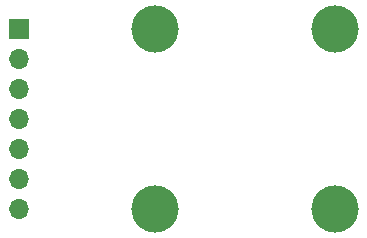
<source format=gts>
G04 #@! TF.GenerationSoftware,KiCad,Pcbnew,(6.0.1)*
G04 #@! TF.CreationDate,2022-01-28T19:12:59+01:00*
G04 #@! TF.ProjectId,example,6578616d-706c-4652-9e6b-696361645f70,rev?*
G04 #@! TF.SameCoordinates,Original*
G04 #@! TF.FileFunction,Soldermask,Top*
G04 #@! TF.FilePolarity,Negative*
%FSLAX46Y46*%
G04 Gerber Fmt 4.6, Leading zero omitted, Abs format (unit mm)*
G04 Created by KiCad (PCBNEW (6.0.1)) date 2022-01-28 19:12:59*
%MOMM*%
%LPD*%
G01*
G04 APERTURE LIST*
%ADD10C,4.000000*%
%ADD11R,1.700000X1.700000*%
%ADD12O,1.700000X1.700000*%
G04 APERTURE END LIST*
D10*
X99060000Y-73660000D03*
X114300000Y-73660000D03*
D11*
X87566667Y-58415000D03*
D12*
X87566667Y-60955000D03*
X87566667Y-63495000D03*
X87566667Y-66035000D03*
X87566667Y-68575000D03*
X87566667Y-71115000D03*
X87566667Y-73655000D03*
D10*
X99060000Y-58420000D03*
X114300000Y-58420000D03*
M02*

</source>
